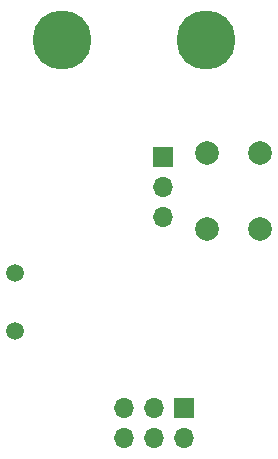
<source format=gbr>
%TF.GenerationSoftware,KiCad,Pcbnew,6.0.11+dfsg-1*%
%TF.CreationDate,2023-09-04T21:51:10-07:00*%
%TF.ProjectId,electrical_intro_project,656c6563-7472-4696-9361-6c5f696e7472,rev?*%
%TF.SameCoordinates,Original*%
%TF.FileFunction,Soldermask,Bot*%
%TF.FilePolarity,Negative*%
%FSLAX46Y46*%
G04 Gerber Fmt 4.6, Leading zero omitted, Abs format (unit mm)*
G04 Created by KiCad (PCBNEW 6.0.11+dfsg-1) date 2023-09-04 21:51:10*
%MOMM*%
%LPD*%
G01*
G04 APERTURE LIST*
%ADD10C,5.000000*%
%ADD11R,1.700000X1.700000*%
%ADD12O,1.700000X1.700000*%
%ADD13C,1.500000*%
%ADD14C,2.000000*%
G04 APERTURE END LIST*
D10*
%TO.C,TP6*%
X155400000Y-88560000D03*
%TD*%
D11*
%TO.C,J1*%
X153525000Y-119725000D03*
D12*
X153525000Y-122265000D03*
X150985000Y-119725000D03*
X150985000Y-122265000D03*
X148445000Y-119725000D03*
X148445000Y-122265000D03*
%TD*%
D13*
%TO.C,Y1*%
X139250000Y-108300000D03*
X139250000Y-113180000D03*
%TD*%
D11*
%TO.C,J2*%
X151765000Y-98440000D03*
D12*
X151765000Y-100980000D03*
X151765000Y-103520000D03*
%TD*%
D14*
%TO.C,SW1*%
X155460000Y-98100000D03*
X155460000Y-104600000D03*
X159960000Y-104600000D03*
X159960000Y-98100000D03*
%TD*%
D10*
%TO.C,TP5*%
X143150000Y-88560000D03*
%TD*%
M02*

</source>
